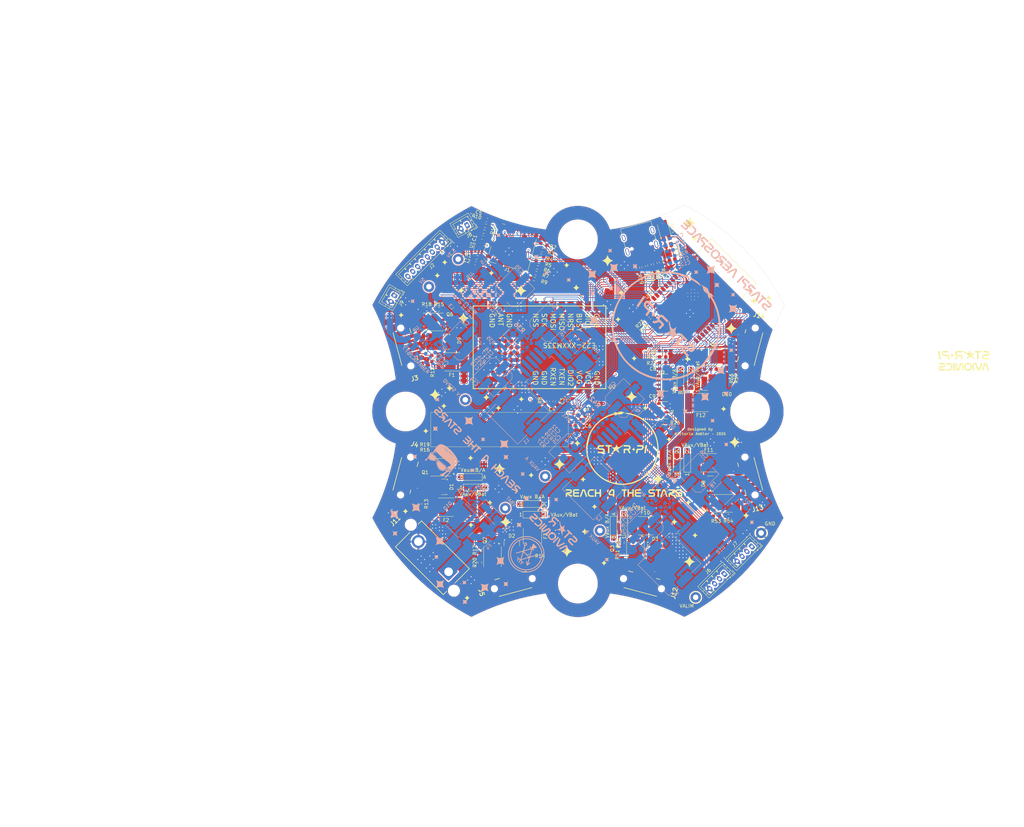
<source format=kicad_pcb>
(kicad_pcb
	(version 20241229)
	(generator "pcbnew")
	(generator_version "9.0")
	(general
		(thickness 1.6)
		(legacy_teardrops no)
	)
	(paper "A4")
	(title_block
		(comment 4 "AISLER Project ID: NEMETBBI")
	)
	(layers
		(0 "F.Cu" signal)
		(4 "In1.Cu" signal)
		(6 "In2.Cu" signal)
		(2 "B.Cu" signal)
		(9 "F.Adhes" user "F.Adhesive")
		(11 "B.Adhes" user "B.Adhesive")
		(13 "F.Paste" user)
		(15 "B.Paste" user)
		(5 "F.SilkS" user "F.Silkscreen")
		(7 "B.SilkS" user "B.Silkscreen")
		(1 "F.Mask" user)
		(3 "B.Mask" user)
		(17 "Dwgs.User" user "User.Drawings")
		(19 "Cmts.User" user "User.Comments")
		(21 "Eco1.User" user "User.Eco1")
		(23 "Eco2.User" user "User.Eco2")
		(25 "Edge.Cuts" user)
		(27 "Margin" user)
		(31 "F.CrtYd" user "F.Courtyard")
		(29 "B.CrtYd" user "B.Courtyard")
		(35 "F.Fab" user)
		(33 "B.Fab" user)
		(39 "User.1" user)
		(41 "User.2" user)
		(43 "User.3" user)
		(45 "User.4" user)
	)
	(setup
		(stackup
			(layer "F.SilkS"
				(type "Top Silk Screen")
			)
			(layer "F.Paste"
				(type "Top Solder Paste")
			)
			(layer "F.Mask"
				(type "Top Solder Mask")
				(thickness 0.01)
			)
			(layer "F.Cu"
				(type "copper")
				(thickness 0.035)
			)
			(layer "dielectric 1"
				(type "prepreg")
				(thickness 0.1)
				(material "FR4")
				(epsilon_r 4.5)
				(loss_tangent 0.02)
			)
			(layer "In1.Cu"
				(type "copper")
				(thickness 0.035)
			)
			(layer "dielectric 2"
				(type "core")
				(thickness 1.24)
				(material "FR4")
				(epsilon_r 4.5)
				(loss_tangent 0.02)
			)
			(layer "In2.Cu"
				(type "copper")
				(thickness 0.035)
			)
			(layer "dielectric 3"
				(type "prepreg")
				(thickness 0.1)
				(material "FR4")
				(epsilon_r 4.5)
				(loss_tangent 0.02)
			)
			(layer "B.Cu"
				(type "copper")
				(thickness 0.035)
			)
			(layer "B.Mask"
				(type "Bottom Solder Mask")
				(thickness 0.01)
			)
			(layer "B.Paste"
				(type "Bottom Solder Paste")
			)
			(layer "B.SilkS"
				(type "Bottom Silk Screen")
			)
			(copper_finish "None")
			(dielectric_constraints no)
		)
		(pad_to_mask_clearance 0)
		(allow_soldermask_bridges_in_footprints no)
		(tenting front back)
		(aux_axis_origin 147.6025 96.945)
		(grid_origin 147.6025 96.945)
		(pcbplotparams
			(layerselection 0x00000000_00000000_55555555_5755f5ff)
			(plot_on_all_layers_selection 0x00000000_00000000_00000000_00000000)
			(disableapertmacros no)
			(usegerberextensions no)
			(usegerberattributes yes)
			(usegerberadvancedattributes yes)
			(creategerberjobfile yes)
			(dashed_line_dash_ratio 12.000000)
			(dashed_line_gap_ratio 3.000000)
			(svgprecision 4)
			(plotframeref no)
			(mode 1)
			(useauxorigin no)
			(hpglpennumber 1)
			(hpglpenspeed 20)
			(hpglpendiameter 15.000000)
			(pdf_front_fp_property_popups yes)
			(pdf_back_fp_property_popups yes)
			(pdf_metadata yes)
			(pdf_single_document no)
			(dxfpolygonmode yes)
			(dxfimperialunits yes)
			(dxfusepcbnewfont yes)
			(psnegative no)
			(psa4output no)
			(plot_black_and_white yes)
			(sketchpadsonfab no)
			(plotpadnumbers no)
			(hidednponfab no)
			(sketchdnponfab yes)
			(crossoutdnponfab yes)
			(subtractmaskfromsilk no)
			(outputformat 1)
			(mirror no)
			(drillshape 1)
			(scaleselection 1)
			(outputdirectory "")
		)
	)
	(net 0 "")
	(net 1 "+3.3V")
	(net 2 "/MCU/SDA1")
	(net 3 "/MCU/SCL1")
	(net 4 "GND")
	(net 5 "unconnected-(A1-SDO-Pad6)")
	(net 6 "Net-(F4-Pad2)")
	(net 7 "/Telemetry/DET_B")
	(net 8 "/Telemetry/SD_VDD")
	(net 9 "/MCU/ENABLE")
	(net 10 "/MCU/BOOTSEL")
	(net 11 "Net-(U2-RXEN)")
	(net 12 "Net-(U5-VIN)")
	(net 13 "Net-(U5-VC)")
	(net 14 "Net-(U6-VCAPH)")
	(net 15 "Net-(U6-VCAPL)")
	(net 16 "+5V")
	(net 17 "Net-(U7-VIN)")
	(net 18 "Net-(U7-VC)")
	(net 19 "Net-(U10-VIN)")
	(net 20 "Net-(U8-EN)")
	(net 21 "Net-(U8-BST)")
	(net 22 "Net-(U10-VC)")
	(net 23 "+7.4V")
	(net 24 "Net-(D1-K)")
	(net 25 "Net-(D1-A-Pad1)")
	(net 26 "Net-(D2-K)")
	(net 27 "Net-(D2-A-Pad1)")
	(net 28 "Net-(D3-A-Pad1)")
	(net 29 "Net-(D3-K)")
	(net 30 "Net-(D4-A2)")
	(net 31 "Net-(D5-K)")
	(net 32 "Net-(D6-K)")
	(net 33 "Net-(D7-K)")
	(net 34 "Net-(JP2-C)")
	(net 35 "Net-(JP6-C)")
	(net 36 "Net-(U8-SW)")
	(net 37 "+12V")
	(net 38 "/Telemetry/DET_A")
	(net 39 "Net-(J1-DAT3{slash}CD)")
	(net 40 "/MCU/SD_D0")
	(net 41 "/MCU/SD_CMD")
	(net 42 "Net-(J1-SHIELD)")
	(net 43 "/MCU/SD_CLK")
	(net 44 "Net-(J1-DAT1)")
	(net 45 "Net-(J1-DAT2)")
	(net 46 "/MCU/RX2")
	(net 47 "unconnected-(J2-Pin_3-Pad3)")
	(net 48 "/MCU/IO8")
	(net 49 "/MCU/TX2")
	(net 50 "unconnected-(J2-Pin_7-Pad7)")
	(net 51 "/MCU/IO9")
	(net 52 "Net-(U9-EN)")
	(net 53 "/MCU/ADC1")
	(net 54 "/MCU/ADC2")
	(net 55 "Net-(U9-BST)")
	(net 56 "Net-(U9-SW)")
	(net 57 "Net-(JP5-C)")
	(net 58 "unconnected-(J5-PadMP2)")
	(net 59 "unconnected-(J5-PadMP4)")
	(net 60 "unconnected-(J5-PadMP3)")
	(net 61 "/MCU/D+")
	(net 62 "unconnected-(J5-PadMP1)")
	(net 63 "/MCU/D-")
	(net 64 "/MCU/SCL2")
	(net 65 "/MCU/SDA2")
	(net 66 "/MCU/RX0")
	(net 67 "/MCU/TX0")
	(net 68 "VauxB")
	(net 69 "VauxA")
	(net 70 "Net-(JP3-C)")
	(net 71 "Net-(JP4-C)")
	(net 72 "Net-(JP7-C)")
	(net 73 "Net-(JP8-C)")
	(net 74 "unconnected-(J10-VBUS-PadA4)")
	(net 75 "unconnected-(J10-SBU1-PadA8)")
	(net 76 "Net-(J10-CC2)")
	(net 77 "/Actuation/PINT1_HS")
	(net 78 "Net-(J10-SHIELD)")
	(net 79 "/Actuation/PINT2_HS")
	(net 80 "unconnected-(J10-VBUS-PadA4)_1")
	(net 81 "/Actuation/PINT3_HS")
	(net 82 "unconnected-(J10-VBUS-PadA4)_2")
	(net 83 "Net-(Q10-G)")
	(net 84 "unconnected-(J10-SBU2-PadB8)")
	(net 85 "/Actuation/PINT1_LS")
	(net 86 "/Actuation/PINT2_LS")
	(net 87 "/Actuation/PINT3_LS")
	(net 88 "/MCU/USB_D-")
	(net 89 "/MCU/USB_D+")
	(net 90 "Net-(J10-CC1)")
	(net 91 "unconnected-(J10-VBUS-PadA4)_3")
	(net 92 "/Power Supply/FB7.4V")
	(net 93 "/Power Supply/FBA")
	(net 94 "/Power Supply/FBB")
	(net 95 "/MCU/IO7")
	(net 96 "/MCU/MOSI2")
	(net 97 "Net-(JP1-C)")
	(net 98 "/MCU/SCK2")
	(net 99 "/MCU/MISO2")
	(net 100 "/MCU/IO5")
	(net 101 "/MCU/IO6")
	(net 102 "/MCU/IO14_CS1")
	(net 103 "/MCU/IO15_CS2")
	(net 104 "unconnected-(U3-INT2-Pad9)")
	(net 105 "/MCU/IO10")
	(net 106 "unconnected-(U3-NC-Pad10)")
	(net 107 "unconnected-(U3-NC-Pad11)")
	(net 108 "Net-(Q1-G)")
	(net 109 "Net-(Q2-G)")
	(net 110 "Net-(Q3-G)")
	(net 111 "Net-(U1-QOD)")
	(net 112 "Net-(U8-FB)")
	(net 113 "Net-(U9-FB)")
	(net 114 "unconnected-(U1-CT-Pad4)")
	(net 115 "unconnected-(U2-ANT-Pad21)")
	(net 116 "Net-(U2-DIO2)")
	(net 117 "unconnected-(U6-NC_3-Pad3)")
	(net 118 "unconnected-(U6-NC_5-Pad5)")
	(net 119 "unconnected-(J3-PadMP4)")
	(net 120 "unconnected-(J3-PadMP1)")
	(net 121 "unconnected-(J3-PadMP2)")
	(net 122 "Net-(Q2-D)")
	(net 123 "unconnected-(J3-PadMP3)")
	(net 124 "unconnected-(J4-PadMP1)")
	(net 125 "unconnected-(J4-PadMP4)")
	(net 126 "Net-(Q3-D)")
	(net 127 "unconnected-(J4-PadMP3)")
	(net 128 "unconnected-(J4-PadMP2)")
	(net 129 "Net-(Q1-D)")
	(net 130 "unconnected-(A2-SDO-Pad6)")
	(net 131 "Net-(D8-A-Pad1)")
	(net 132 "Net-(D8-K)")
	(net 133 "Net-(D9-K)")
	(net 134 "Net-(D10-K)")
	(net 135 "Net-(D10-A-Pad1)")
	(net 136 "Net-(JP10-C)")
	(net 137 "Net-(J3-PadA1)")
	(net 138 "Net-(J4-PadA1)")
	(net 139 "Net-(J5-PadA1)")
	(net 140 "unconnected-(J12-PadMP2)")
	(net 141 "unconnected-(J12-PadMP1)")
	(net 142 "unconnected-(J12-PadMP3)")
	(net 143 "unconnected-(J12-PadA1)")
	(net 144 "unconnected-(J12-PadMP4)")
	(net 145 "unconnected-(J13-PadMP3)")
	(net 146 "unconnected-(J13-PadA1)")
	(net 147 "Net-(Q4-D)")
	(net 148 "unconnected-(J13-PadMP1)")
	(net 149 "unconnected-(J13-PadMP2)")
	(net 150 "unconnected-(J13-PadMP4)")
	(net 151 "unconnected-(J14-PadMP2)")
	(net 152 "unconnected-(J14-PadMP1)")
	(net 153 "Net-(Q5-D)")
	(net 154 "unconnected-(J14-PadA1)")
	(net 155 "unconnected-(J14-PadMP4)")
	(net 156 "unconnected-(J14-PadMP3)")
	(net 157 "Net-(JP10-B)")
	(net 158 "Net-(Q4-G)")
	(net 159 "Net-(Q5-G)")
	(net 160 "Net-(R34-Pad2)")
	(net 161 "Net-(R39-Pad2)")
	(net 162 "Net-(R46-Pad2)")
	(net 163 "/Actuation/PINT4_LS")
	(net 164 "/Actuation/PINT5_LS")
	(net 165 "/Actuation/PINT6_LS")
	(net 166 "Net-(D9-A-Pad1)")
	(net 167 "Net-(Q6-D)")
	(net 168 "Net-(Q6-G)")
	(footprint "Resistor_SMD:R_0603_1608Metric_Pad0.98x0.95mm_HandSolder" (layer "F.Cu") (at 107.3025 67.245))
	(footprint "Jumper:SolderJumper-3_P2.0mm_Open_TrianglePad1.0x1.5mm_NumberLabels" (layer "F.Cu") (at 117.1025 119.005 180))
	(footprint "Resistor_SMD:R_0603_1608Metric_Pad0.98x0.95mm_HandSolder" (layer "F.Cu") (at 106.2025 109.445))
	(footprint "Resistor_SMD:R_0603_1608Metric_Pad0.98x0.95mm_HandSolder" (layer "F.Cu") (at 118.314772 52.188825 165))
	(footprint "Resistor_SMD:R_0603_1608Metric_Pad0.98x0.95mm_HandSolder" (layer "F.Cu") (at 168.379041 54.423475 -75))
	(footprint "Resistor_SMD:R_0603_1608Metric_Pad0.98x0.95mm_HandSolder" (layer "F.Cu") (at 119.1025 140.841765 90))
	(footprint "Capacitor_SMD:C_0603_1608Metric_Pad1.08x0.95mm_HandSolder" (layer "F.Cu") (at 121.226486 41.32216 165))
	(footprint "Jumper:SolderJumper-3_P2.0mm_Open_TrianglePad1.0x1.5mm_NumberLabels" (layer "F.Cu") (at 117.0825 116.005))
	(footprint "Fuse:Fuse_2920_7451Metric_Pad2.10x5.45mm_HandSolder" (layer "F.Cu") (at 134.399559 133.141765 90))
	(footprint "Jumper:SolderJumper-3_P2.0mm_Open_TrianglePad1.0x1.5mm_NumberLabels" (layer "F.Cu") (at 177.4025 88.145 90))
	(footprint "Resistor_SMD:R_0603_1608Metric_Pad0.98x0.95mm_HandSolder" (layer "F.Cu") (at 105.2025 81.545 90))
	(footprint "Jumper:SolderJumper-3_P2.0mm_Open_TrianglePad1.0x1.5mm_NumberLabels" (layer "F.Cu") (at 134.399559 126.911765 180))
	(footprint "Package_TO_SOT_SMD:TO-277A" (layer "F.Cu") (at 128.4025 137.59))
	(footprint "Connector_JST:JST_PH_B8B-PH-K_1x08_P2.00mm_Vertical" (layer "F.Cu") (at 108.141156 47.784162 -135))
	(footprint "Buttons:C4B1802110" (layer "F.Cu") (at 174.459793 50.869394 -75))
	(footprint "Resistor_SMD:R_0603_1608Metric_Pad0.98x0.95mm_HandSolder" (layer "F.Cu") (at 188.685 84.645 180))
	(footprint "Sensors:XDCR_LSM6DSO32TR" (layer "F.Cu") (at 147.6025 96.945))
	(footprint "Connector_JST:JST_PH_B4B-PH-K_1x04_P2.00mm_Vertical" (layer "F.Cu") (at 190.140189 144.15731 -135))
	(footprint "Capacitor_SMD:C_0603_1608Metric_Pad1.08x0.95mm_HandSolder" (layer "F.Cu") (at 119.867686 46.39327 165))
	(footprint "Resistor_SMD:R_0603_1608Metric_Pad0.98x0.95mm_HandSolder" (layer "F.Cu") (at 171.759782 53.517608 -75))
	(footprint "Connector_JST:JST_PH_B2B-PH-K_1x02_P2.00mm_Vertical" (layer "F.Cu") (at 115.434551 42.845 -150))
	(footprint "Resistor_SMD:R_0603_1608Metric_Pad0.98x0.95mm_HandSolder" (layer "F.Cu") (at 166.688672 54.876407 -75))
	(footprint "Resistor_SMD:R_0603_1608Metric_Pad0.98x0.95mm_HandSolder" (layer "F.Cu") (at 103.7025 67.245))
	(footprint "Sensors:XDCR_MS561101BA03-50" (layer "F.Cu") (at 172.2025 88.57 180))
	(footprint "Resistor_SMD:R_0603_1608Metric_Pad0.98x0.95mm_HandSolder" (layer "F.Cu") (at 120.320619 44.7029 -15))
	(footprint "Capacitor_SMD:C_0603_1608Metric_Pad1.08x0.95mm_HandSolder" (layer "F.Cu") (at 147.715 99.32))
	(footprint "Resistor_SMD:R_0603_1608Metric_Pad0.98x0.95mm_HandSolder" (layer "F.Cu") (at 135.007022 58.473234 -15))
	(footprint "Resistor_SMD:R_0603_1608Metric_Pad0.98x0.95mm_HandSolder" (layer "F.Cu") (at 172.202501 100.195))
	(footprint "Package_TO_SOT_SMD:TO-277A" (layer "F.Cu") (at 186.8625 88.545 90))
	(footprint "Jumper:SolderJumper-3_P2.0mm_Open_TrianglePad1.0x1.5mm_NumberLabels" (layer "F.Cu") (at 176.3325 111.845 90))
	(footprint "Resistor_SMD:R_0603_1608Metric_Pad0.98x0.95mm_HandSolder" (layer "F.Cu") (at 136.818755 51.711753 165))
	(footprint "Resistor_SMD:R_0603_1608Metric_Pad0.98x0.95mm_HandSolder" (layer "F.Cu") (at 169.1025 70.445 45))
	(footprint "TestPoint:TestPoint_Loop_D2.60mm_Drill1.6mm_Beaded"
		(layer "F.Cu")
		(uuid "4b6f9f13-8428-446f-b3a5-019bcedaf816")
		(at 200.8025 132.245 90)
		(descr "wire loop with bead as test point, loop diameter2.6mm, hole diameter 1.6mm")
		(tags "test point wire loop bead")
		(property "Reference" "GND"
			(at 2.7 2.6 180)
			(layer "F.SilkS")
			(uuid "1bb1392c-a593-4e4a-a61a-07fb225c6c7f")
			(effects
				(font
					(size 1 1)
					(thickness 0.15)
				)
			)
		)
		(property "Value" "TestPoint"
			(at 0 -2.8 90)
			(layer "F.Fab")
			(uuid "3c9ab71e-ff14-421f-805e-cab12768d85f")
			(effects
				(font
					(size 1 1)
					(thickness 0.15)
				)
			)
		)
		(property "Datasheet" "~"
			(at 0 0 90)
			(unlocked yes)
			(layer "F.Fab")
			(hide yes)
			(uuid "13533c73-6eec-48d4-8483-ab7b75e15696")
			(effects
				(font
					(size 1.27 1.27)
					(thickness 0.15)
				)
			)
		)
		(property "Description" "test point"
			(at 0 0 90)
			(unlocked yes)
			(layer "F.Fab")
			(hide yes)
			(uuid "d5591a33-c939-45b7-9dab-8599628fdf25")
			(effects
				(font
					(size 1.27 1.27)
					(thickness 0.15)
				)
			)
		)
		(property ki_fp_filters "Pin* Test*")
		(path "/481bde4d-67e6-41cb-9b0e-93e9a8e96a50/48694584-2661-4243-adfc-e4bcd77c4567")
		(sheetname "/Power Supply/")
		(sheetfile "power_supply.kicad_sch")
		(attr through_hole)
		(fp_circle
			(center 0 0)
			(end 1.7 0)
			(stroke
				(width 0.12)
				(type solid)
			)
			(fill no)
			(layer "F.SilkS")
			(uuid "8a5758c7-4a6c-409d-8143-ecdc9bf7eca5")
		)
		(fp_circle
			(center 0 0)
			(end 2 0)
			(stroke
				(width 0.05)
				(type solid)
			)
			(fill no)
			(layer "F.CrtYd")
			(uuid "5854f299-adc0-43e2-922b-8069f6c9f98b")
		)
		(fp_line
			(start 1.3 -0.3)
			(end -1.3 -0.3)
			(stroke
				(width 0.12)
				(type solid)
			)
			(layer "F.Fab")
			(uuid "5c5d74b8-6472-497c-be0d-affaf0a8f774")
		)
		(fp_line
			(start -1.3 -0.3)
			(end -1.3 0.3)
			(stroke
				(width 0.12)
				(type solid)
			)
			(layer "F.Fab")
			(uuid "61fa4ac7-5be6-46e9-87af-268c4ee74146")
		)
		(fp_line
			(start 1.3 0.3)
			(end 1.3 -0.3)
			(stroke
				(width 0.12)
				(type solid)
			)
			(layer "F.Fab")
			(uuid "d7bf7549-78a5-4aad-9286-75449998f36e")
		)
		(fp_line
			(start -1.3 0.3)
			(end 1.3 0.3)
			(stroke
				(width 0.12)
				(type solid)
			)
			(layer "F.Fab")
			(uuid "9f8e852e-30a9-4787-86e6-a840192621d0")
		)
		(fp_circle
			(center 0 0)
			(end 1.5 0)
			(stroke
				(width 0.12)
				(type solid)
			)
			(fill no)
			(layer "F.Fab")
			(uuid "00526f75-632b-4469-b6d6-64f15cb05a27")
		)
		(fp_text user "${REFERENCE}"
			(at 0.7 2.5 90)
			(layer "F.Fab")
			(uuid "7b94fda4-8cef-4bcc-a478-bcbbc863ff7a")
			(effects
				(font
					(size 1 1)
					(thickness 0.15)
				)
			)
		)
		(pad "1" thru_hole circle
			(at 0 0 90)
			(size 3 3)
			(drill 1.6)
			(layers "*.Cu" "*.Mask")
			(remove_unused_layers no)
			(net 4 "GND")
			(pinfunction "1")
			(pintype "passive")
			(uuid "1de5bbb0-dd0c-4d17-8969-e3f9e17f63c6")
		)
		(embedded_fonts no)
		(model "${KICAD9_3DMODEL_DIR}/TestPoint.3dshapes/TestPoint_Loop_D2.60mm_Drill1.6mm_Beaded.step"
			(offset
				(xyz 0
... [8975795 chars truncated]
</source>
